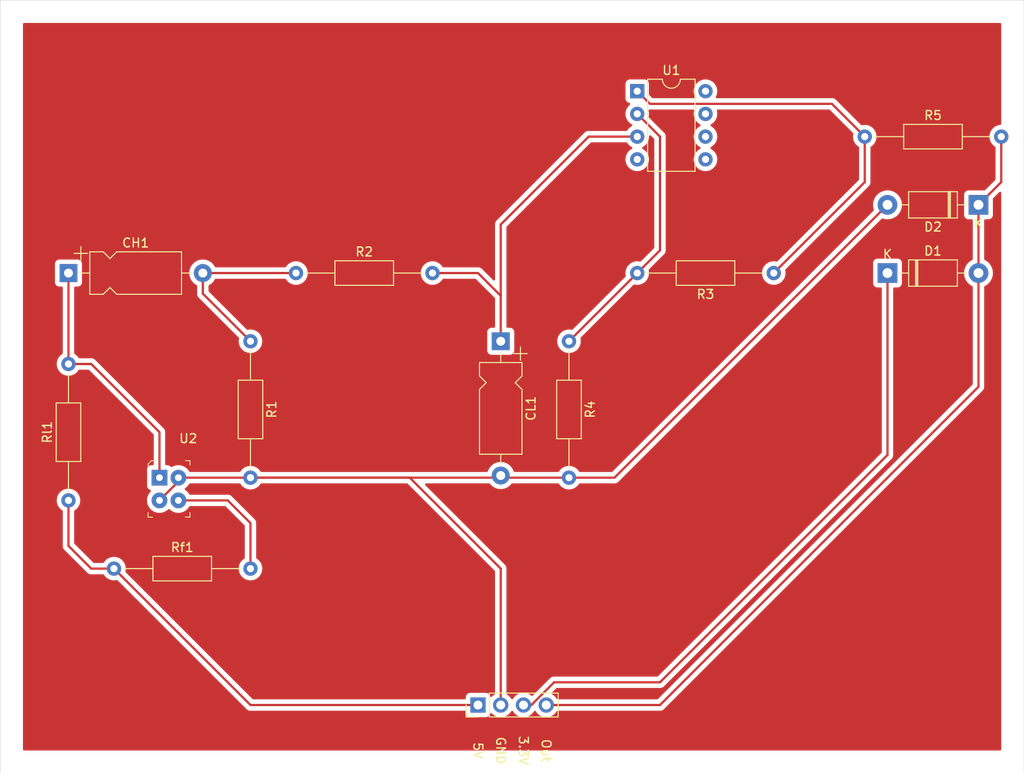
<source format=kicad_pcb>
(kicad_pcb (version 20211014) (generator pcbnew)
  (layers (0 "F.Cu" signal) (31 "B.Cu" signal) (34 "B.Paste" user) (35 "F.Paste" user) (36 "B.SilkS" user "B.Silkscreen") (37 "F.SilkS" user "F.Silkscreen") (38 "B.Mask" user) (39 "F.Mask" user) (44 "Edge.Cuts" user))
  (net 0 "")
  (net 1 "Net-(CH1-Pad1)")
  (net 2 "Net-(CH1-Pad2)")
  (net 3 "Net-(CL1-Pad1)")
  (net 4 "Net-(R3-Pad1)")
  (net 5 "Net-(R3-Pad2)")
  (net 6 "Net-(CL1-Pad2)")
  (net 7 "Net-(D1-Pad1)")
  (net 8 "Net-(D1-Pad2)")
  (net 9 "Net-(J1-Pad1)")
  (net 10 "Net-(Rf1-Pad2)")
  (footprint "Resistor_THT:R_Axial_DIN0207_L6.3mm_D2.5mm_P15.24mm_Horizontal" (layer "F.Cu") (at 142.24 101.6)
    (fp_text reference "Rf1" (at 7.62 -2.37) (layer "F.SilkS"))
    (fp_text value "65")
    (fp_line (start 10.89 -1.37) (end 4.35 -1.37) (layer "F.SilkS") (width 0.12))
    (fp_line (start 10.89 1.37) (end 10.89 -1.37) (layer "F.SilkS") (width 0.12))
    (fp_line (start 1.04 0) (end 4.35 0) (layer "F.SilkS") (width 0.12))
    (fp_line (start 4.35 1.37) (end 10.89 1.37) (layer "F.SilkS") (width 0.12))
    (fp_line (start 4.35 -1.37) (end 4.35 1.37) (layer "F.SilkS") (width 0.12))
    (fp_line (start 14.2 0) (end 10.89 0) (layer "F.SilkS") (width 0.12))
    (pad "1" thru_hole circle (at 0 0) (size 1.6 1.6) (drill 0.8) (layers *.Cu *.Mask) (net 9 "Net-(J1-Pad1)"))
    (pad "2" thru_hole oval (at 15.24 0) (size 1.6 1.6) (drill 0.8) (layers *.Cu *.Mask) (net 10 "Net-(Rf1-Pad2)"))
  )
  (footprint "Package_DIP:DIP-8_W7.62mm" (layer "F.Cu") (at 200.66 48.26)
    (fp_text reference "U1" (at 3.81 -2.33) (layer "F.SilkS"))
    (fp_text value "TLC277")
    (fp_line (start 2.81 -1.33) (end 1.16 -1.33) (layer "F.SilkS") (width 0.12))
    (fp_line (start 1.16 8.95) (end 6.46 8.95) (layer "F.SilkS") (width 0.12))
    (fp_line (start 6.46 8.95) (end 6.46 -1.33) (layer "F.SilkS") (width 0.12))
    (fp_line (start 1.16 -1.33) (end 1.16 8.95) (layer "F.SilkS") (width 0.12))
    (fp_line (start 6.46 -1.33) (end 4.81 -1.33) (layer "F.SilkS") (width 0.12))
    (fp_arc (start 4.81 -1.33) (mid 3.81 -0.33) (end 2.81 -1.33) (layer "F.SilkS") (width 0.12))
    (pad "1" thru_hole rect (at 0 0) (size 1.6 1.6) (drill 0.8) (layers *.Cu *.Mask) (net 4 "Net-(R3-Pad1)"))
    (pad "2" thru_hole oval (at 0 2.54) (size 1.6 1.6) (drill 0.8) (layers *.Cu *.Mask) (net 5 "Net-(R3-Pad2)"))
    (pad "3" thru_hole oval (at 0 5.08) (size 1.6 1.6) (drill 0.8) (layers *.Cu *.Mask) (net 3 "Net-(CL1-Pad1)"))
    (pad "4" thru_hole oval (at 0 7.62) (size 1.6 1.6) (drill 0.8) (layers *.Cu *.Mask))
    (pad "5" thru_hole oval (at 7.62 7.62) (size 1.6 1.6) (drill 0.8) (layers *.Cu *.Mask))
    (pad "6" thru_hole oval (at 7.62 5.08) (size 1.6 1.6) (drill 0.8) (layers *.Cu *.Mask))
    (pad "7" thru_hole oval (at 7.62 2.54) (size 1.6 1.6) (drill 0.8) (layers *.Cu *.Mask))
    (pad "8" thru_hole oval (at 7.62 0) (size 1.6 1.6) (drill 0.8) (layers *.Cu *.Mask))
  )
  (footprint "Resistor_THT:R_Axial_DIN0207_L6.3mm_D2.5mm_P15.24mm_Horizontal" (layer "F.Cu") (at 157.48 76.2 -90)
    (fp_text reference "R1" (at 7.62 -2.37 90) (layer "F.SilkS"))
    (fp_text value "6.7k")
    (fp_line (start 1.04 0) (end 4.35 0) (layer "F.SilkS") (width 0.12))
    (fp_line (start 14.2 0) (end 10.89 0) (layer "F.SilkS") (width 0.12))
    (fp_line (start 10.89 -1.37) (end 4.35 -1.37) (layer "F.SilkS") (width 0.12))
    (fp_line (start 10.89 1.37) (end 10.89 -1.37) (layer "F.SilkS") (width 0.12))
    (fp_line (start 4.35 -1.37) (end 4.35 1.37) (layer "F.SilkS") (width 0.12))
    (fp_line (start 4.35 1.37) (end 10.89 1.37) (layer "F.SilkS") (width 0.12))
    (pad "1" thru_hole circle (at 0 0 270) (size 1.6 1.6) (drill 0.8) (layers *.Cu *.Mask) (net 2 "Net-(CH1-Pad2)"))
    (pad "2" thru_hole oval (at 15.24 0 270) (size 1.6 1.6) (drill 0.8) (layers *.Cu *.Mask) (net 6 "Net-(CL1-Pad2)"))
  )
  (footprint "Capacitor_THT:CP_Axial_L10.0mm_D4.5mm_P15.00mm_Horizontal" (layer "F.Cu") (at 137.16 68.58)
    (fp_text reference "CH1" (at 7.5 -3.37) (layer "F.SilkS"))
    (fp_text value "47u")
    (fp_line (start 2.38 -2.37) (end 2.38 2.37) (layer "F.SilkS") (width 0.12))
    (fp_line (start 1.24 0) (end 2.38 0) (layer "F.SilkS") (width 0.12))
    (fp_line (start 5.38 -2.37) (end 12.62 -2.37) (layer "F.SilkS") (width 0.12))
    (fp_line (start 12.62 -2.37) (end 12.62 2.37) (layer "F.SilkS") (width 0.12))
    (fp_line (start 3.88 -2.37) (end 4.63 -1.62) (layer "F.SilkS") (width 0.12))
    (fp_line (start 3.88 2.37) (end 4.63 1.62) (layer "F.SilkS") (width 0.12))
    (fp_line (start 2.38 -2.37) (end 3.88 -2.37) (layer "F.SilkS") (width 0.12))
    (fp_line (start 4.63 1.62) (end 5.38 2.37) (layer "F.SilkS") (width 0.12))
    (fp_line (start 1.38 -2.95) (end 1.38 -1.45) (layer "F.SilkS") (width 0.12))
    (fp_line (start 13.76 0) (end 12.62 0) (layer "F.SilkS") (width 0.12))
    (fp_line (start 5.38 2.37) (end 12.62 2.37) (layer "F.SilkS") (width 0.12))
    (fp_line (start 4.63 -1.62) (end 5.38 -2.37) (layer "F.SilkS") (width 0.12))
    (fp_line (start 0.63 -2.2) (end 2.13 -2.2) (layer "F.SilkS") (width 0.12))
    (fp_line (start 2.38 2.37) (end 3.88 2.37) (layer "F.SilkS") (width 0.12))
    (pad "1" thru_hole rect (at 0 0) (size 2 2) (drill 1) (layers *.Cu *.Mask) (net 1 "Net-(CH1-Pad1)"))
    (pad "2" thru_hole oval (at 15 0) (size 2 2) (drill 1) (layers *.Cu *.Mask) (net 2 "Net-(CH1-Pad2)"))
  )
  (footprint "Capacitor_THT:CP_Axial_L10.0mm_D4.5mm_P15.00mm_Horizontal" (layer "F.Cu") (at 185.42 76.2 -90)
    (fp_text reference "CL1" (at 7.5 -3.37 90) (layer "F.SilkS"))
    (fp_text value "47u")
    (fp_line (start 1.24 0) (end 2.38 0) (layer "F.SilkS") (width 0.12))
    (fp_line (start 1.38 -2.95) (end 1.38 -1.45) (layer "F.SilkS") (width 0.12))
    (fp_line (start 2.38 2.37) (end 3.88 2.37) (layer "F.SilkS") (width 0.12))
    (fp_line (start 4.63 -1.62) (end 5.38 -2.37) (layer "F.SilkS") (width 0.12))
    (fp_line (start 3.88 -2.37) (end 4.63 -1.62) (layer "F.SilkS") (width 0.12))
    (fp_line (start 2.38 -2.37) (end 3.88 -2.37) (layer "F.SilkS") (width 0.12))
    (fp_line (start 3.88 2.37) (end 4.63 1.62) (layer "F.SilkS") (width 0.12))
    (fp_line (start 5.38 -2.37) (end 12.62 -2.37) (layer "F.SilkS") (width 0.12))
    (fp_line (start 0.63 -2.2) (end 2.13 -2.2) (layer "F.SilkS") (width 0.12))
    (fp_line (start 12.62 -2.37) (end 12.62 2.37) (layer "F.SilkS") (width 0.12))
    (fp_line (start 2.38 -2.37) (end 2.38 2.37) (layer "F.SilkS") (width 0.12))
    (fp_line (start 13.76 0) (end 12.62 0) (layer "F.SilkS") (width 0.12))
    (fp_line (start 5.38 2.37) (end 12.62 2.37) (layer "F.SilkS") (width 0.12))
    (fp_line (start 4.63 1.62) (end 5.38 2.37) (layer "F.SilkS") (width 0.12))
    (pad "1" thru_hole rect (at 0 0 270) (size 2 2) (drill 1) (layers *.Cu *.Mask) (net 3 "Net-(CL1-Pad1)"))
    (pad "2" thru_hole oval (at 15 0 270) (size 2 2) (drill 1) (layers *.Cu *.Mask) (net 6 "Net-(CL1-Pad2)"))
  )
  (footprint "Resistor_THT:R_Axial_DIN0207_L6.3mm_D2.5mm_P15.24mm_Horizontal" (layer "F.Cu") (at 226.06 53.34)
    (fp_text reference "R5" (at 7.62 -2.37) (layer "F.SilkS"))
    (fp_text value "100")
    (fp_line (start 1.04 0) (end 4.35 0) (layer "F.SilkS") (width 0.12))
    (fp_line (start 10.89 -1.37) (end 4.35 -1.37) (layer "F.SilkS") (width 0.12))
    (fp_line (start 4.35 1.37) (end 10.89 1.37) (layer "F.SilkS") (width 0.12))
    (fp_line (start 10.89 1.37) (end 10.89 -1.37) (layer "F.SilkS") (width 0.12))
    (fp_line (start 14.2 0) (end 10.89 0) (layer "F.SilkS") (width 0.12))
    (fp_line (start 4.35 -1.37) (end 4.35 1.37) (layer "F.SilkS") (width 0.12))
    (pad "1" thru_hole circle (at 0 0) (size 1.6 1.6) (drill 0.8) (layers *.Cu *.Mask) (net 4 "Net-(R3-Pad1)"))
    (pad "2" thru_hole oval (at 15.24 0) (size 1.6 1.6) (drill 0.8) (layers *.Cu *.Mask) (net 8 "Net-(D1-Pad2)"))
  )
  (footprint "digikey-footprints:Reflective_Sensor_QRD1114" (layer "F.Cu") (at 147.32 91.44)
    (fp_text reference "U2" (at 3.21 -4.37 180) (layer "F.SilkS"))
    (fp_text value "QRD1114")
    (fp_line (start -0.9 -1.9) (end -1.26 -1.54) (layer "F.SilkS") (width 0.1))
    (fp_line (start 3.4 4.4) (end 2.9 4.4) (layer "F.SilkS") (width 0.1))
    (fp_line (start 3.4 4.4) (end 3.4 3.9) (layer "F.SilkS") (width 0.1))
    (fp_line (start -1.27 4.41) (end -0.77 4.41) (layer "F.SilkS") (width 0.1))
    (fp_line (start -1.27 4.4) (end -1.27 3.9) (layer "F.SilkS") (width 0.1))
    (fp_line (start -1.26 -1.52) (end -1.26 -1.18) (layer "F.SilkS") (width 0.1))
    (fp_line (start -0.39 -1.9) (end -0.89 -1.9) (layer "F.SilkS") (width 0.1))
    (fp_line (start 3.4 -1.9) (end 3.4 -1.4) (layer "F.SilkS") (width 0.1))
    (fp_line (start 3.4 -1.9) (end 2.9 -1.9) (layer "F.SilkS") (width 0.1))
    (pad "1" thru_hole rect locked (at 0 0) (size 1.75 1.75) (drill 0.75) (layers *.Cu *.Mask) (net 1 "Net-(CH1-Pad1)"))
    (pad "2" thru_hole circle locked (at 0 2.54 90) (size 1.76 1.76) (drill 0.76) (layers *.Cu *.Mask) (net 6 "Net-(CL1-Pad2)"))
    (pad "3" thru_hole circle locked (at 2.11 2.54 90) (size 1.76 1.76) (drill 0.76) (layers *.Cu *.Mask) (net 10 "Net-(Rf1-Pad2)"))
    (pad "4" thru_hole circle locked (at 2.11 0 90) (size 1.76 1.76) (drill 0.76) (layers *.Cu *.Mask) (net 6 "Net-(CL1-Pad2)"))
  )
  (footprint "Diode_THT:D_DO-41_SOD81_P10.16mm_Horizontal" (layer "F.Cu") (at 238.76 60.96 180)
    (fp_text reference "D2" (at 5.08 -2.47) (layer "F.SilkS"))
    (fp_text value "1N5817")
    (fp_text user "K" (at 0 -2.1) (layer "F.SilkS"))
    (fp_line (start 2.36 1.47) (end 7.8 1.47) (layer "F.SilkS") (width 0.12))
    (fp_line (start 7.8 -1.47) (end 2.36 -1.47) (layer "F.SilkS") (width 0.12))
    (fp_line (start 3.26 -1.47) (end 3.26 1.47) (layer "F.SilkS") (width 0.12))
    (fp_line (start 7.8 1.47) (end 7.8 -1.47) (layer "F.SilkS") (width 0.12))
    (fp_line (start 3.14 -1.47) (end 3.14 1.47) (layer "F.SilkS") (width 0.12))
    (fp_line (start 1.34 0) (end 2.36 0) (layer "F.SilkS") (width 0.12))
    (fp_line (start 3.38 -1.47) (end 3.38 1.47) (layer "F.SilkS") (width 0.12))
    (fp_line (start 2.36 -1.47) (end 2.36 1.47) (layer "F.SilkS") (width 0.12))
    (fp_line (start 8.82 0) (end 7.8 0) (layer "F.SilkS") (width 0.12))
    (pad "1" thru_hole rect (at 0 0 180) (size 2.2 2.2) (drill 1.1) (layers *.Cu *.Mask) (net 8 "Net-(D1-Pad2)"))
    (pad "2" thru_hole oval (at 10.16 0 180) (size 2.2 2.2) (drill 1.1) (layers *.Cu *.Mask) (net 6 "Net-(CL1-Pad2)"))
  )
  (footprint "Resistor_THT:R_Axial_DIN0207_L6.3mm_D2.5mm_P15.24mm_Horizontal" (layer "F.Cu") (at 215.9 68.58 180)
    (fp_text reference "R3" (at 7.62 -2.37) (layer "F.SilkS"))
    (fp_text value "390k")
    (fp_line (start 10.89 1.37) (end 10.89 -1.37) (layer "F.SilkS") (width 0.12))
    (fp_line (start 14.2 0) (end 10.89 0) (layer "F.SilkS") (width 0.12))
    (fp_line (start 10.89 -1.37) (end 4.35 -1.37) (layer "F.SilkS") (width 0.12))
    (fp_line (start 4.35 -1.37) (end 4.35 1.37) (layer "F.SilkS") (width 0.12))
    (fp_line (start 1.04 0) (end 4.35 0) (layer "F.SilkS") (width 0.12))
    (fp_line (start 4.35 1.37) (end 10.89 1.37) (layer "F.SilkS") (width 0.12))
    (pad "1" thru_hole circle (at 0 0 180) (size 1.6 1.6) (drill 0.8) (layers *.Cu *.Mask) (net 4 "Net-(R3-Pad1)"))
    (pad "2" thru_hole oval (at 15.24 0 180) (size 1.6 1.6) (drill 0.8) (layers *.Cu *.Mask) (net 5 "Net-(R3-Pad2)"))
  )
  (footprint "Connector_PinHeader_2.54mm:PinHeader_1x04_P2.54mm_Vertical" (layer "F.Cu") (at 182.88 116.84 90)
    (fp_text reference "J1" hide)
    (fp_text value "Conn_01x04_Male" hide)
    (fp_text user "5V" (at -5.08 0 270 unlocked) (layer "F.SilkS"))
    (fp_line (start -1.33 1.27) (end -1.33 8.95) (layer "F.SilkS") (width 0.12))
    (fp_line (start -1.33 0) (end -1.33 -1.33) (layer "F.SilkS") (width 0.12))
    (fp_line (start 1.33 1.27) (end 1.33 8.95) (layer "F.SilkS") (width 0.12))
    (fp_line (start -1.33 8.95) (end 1.33 8.95) (layer "F.SilkS") (width 0.12))
    (fp_line (start -1.33 -1.33) (end 0 -1.33) (layer "F.SilkS") (width 0.12))
    (fp_line (start -1.33 1.27) (end 1.33 1.27) (layer "F.SilkS") (width 0.12))
    (pad "3.3V" thru_hole oval (at 0 5.08 90) (size 1.7 1.7) (drill 1) (layers *.Cu *.Mask) (net 7 "Net-(D1-Pad1)"))
    (pad "5V" thru_hole rect (at 0 0 90) (size 1.7 1.7) (drill 1) (layers *.Cu *.Mask) (net 9 "Net-(J1-Pad1)"))
    (pad "GND" thru_hole oval (at 0 2.54 90) (size 1.7 1.7) (drill 1) (layers *.Cu *.Mask) (net 6 "Net-(CL1-Pad2)"))
    (pad "Out" thru_hole oval (at 0 7.62 90) (size 1.7 1.7) (drill 1) (layers *.Cu *.Mask) (net 8 "Net-(D1-Pad2)"))
  )
  (footprint "Resistor_THT:R_Axial_DIN0207_L6.3mm_D2.5mm_P15.24mm_Horizontal" (layer "F.Cu") (at 193.04 76.2 -90)
    (fp_text reference "R4" (at 7.62 -2.37 90) (layer "F.SilkS"))
    (fp_text value "1k")
    (fp_line (start 1.04 0) (end 4.35 0) (layer "F.SilkS") (width 0.12))
    (fp_line (start 10.89 1.37) (end 10.89 -1.37) (layer "F.SilkS") (width 0.12))
    (fp_line (start 14.2 0) (end 10.89 0) (layer "F.SilkS") (width 0.12))
    (fp_line (start 4.35 -1.37) (end 4.35 1.37) (layer "F.SilkS") (width 0.12))
    (fp_line (start 10.89 -1.37) (end 4.35 -1.37) (layer "F.SilkS") (width 0.12))
    (fp_line (start 4.35 1.37) (end 10.89 1.37) (layer "F.SilkS") (width 0.12))
    (pad "1" thru_hole circle (at 0 0 270) (size 1.6 1.6) (drill 0.8) (layers *.Cu *.Mask) (net 5 "Net-(R3-Pad2)"))
    (pad "2" thru_hole oval (at 15.24 0 270) (size 1.6 1.6) (drill 0.8) (layers *.Cu *.Mask) (net 6 "Net-(CL1-Pad2)"))
  )
  (footprint "Resistor_THT:R_Axial_DIN0207_L6.3mm_D2.5mm_P15.24mm_Horizontal" (layer "F.Cu") (at 162.56 68.58)
    (fp_text reference "R2" (at 7.62 -2.37) (layer "F.SilkS"))
    (fp_text value "2k")
    (fp_line (start 10.89 -1.37) (end 4.35 -1.37) (layer "F.SilkS") (width 0.12))
    (fp_line (start 14.2 0) (end 10.89 0) (layer "F.SilkS") (width 0.12))
    (fp_line (start 4.35 1.37) (end 10.89 1.37) (layer "F.SilkS") (width 0.12))
    (fp_line (start 10.89 1.37) (end 10.89 -1.37) (layer "F.SilkS") (width 0.12))
    (fp_line (start 4.35 -1.37) (end 4.35 1.37) (layer "F.SilkS") (width 0.12))
    (fp_line (start 1.04 0) (end 4.35 0) (layer "F.SilkS") (width 0.12))
    (pad "1" thru_hole circle (at 0 0) (size 1.6 1.6) (drill 0.8) (layers *.Cu *.Mask) (net 2 "Net-(CH1-Pad2)"))
    (pad "2" thru_hole oval (at 15.24 0) (size 1.6 1.6) (drill 0.8) (layers *.Cu *.Mask) (net 3 "Net-(CL1-Pad1)"))
  )
  (footprint "Resistor_THT:R_Axial_DIN0207_L6.3mm_D2.5mm_P15.24mm_Horizontal" (layer "F.Cu") (at 137.16 93.98 90)
    (fp_text reference "Rl1" (at 7.62 -2.37 90) (layer "F.SilkS"))
    (fp_text value "20k")
    (fp_line (start 10.89 1.37) (end 10.89 -1.37) (layer "F.SilkS") (width 0.12))
    (fp_line (start 4.35 -1.37) (end 4.35 1.37) (layer "F.SilkS") (width 0.12))
    (fp_line (start 14.2 0) (end 10.89 0) (layer "F.SilkS") (width 0.12))
    (fp_line (start 1.04 0) (end 4.35 0) (layer "F.SilkS") (width 0.12))
    (fp_line (start 10.89 -1.37) (end 4.35 -1.37) (layer "F.SilkS") (width 0.12))
    (fp_line (start 4.35 1.37) (end 10.89 1.37) (layer "F.SilkS") (width 0.12))
    (pad "1" thru_hole circle (at 0 0 90) (size 1.6 1.6) (drill 0.8) (layers *.Cu *.Mask) (net 9 "Net-(J1-Pad1)"))
    (pad "2" thru_hole oval (at 15.24 0 90) (size 1.6 1.6) (drill 0.8) (layers *.Cu *.Mask) (net 1 "Net-(CH1-Pad1)"))
  )
  (footprint "Diode_THT:D_DO-41_SOD81_P10.16mm_Horizontal" (layer "F.Cu") (at 228.6 68.58)
    (fp_text reference "D1" (at 5.08 -2.47) (layer "F.SilkS"))
    (fp_text value "1N5817")
    (fp_text user "K" (at 0 -2.1) (layer "F.SilkS"))
    (fp_line (start 3.14 -1.47) (end 3.14 1.47) (layer "F.SilkS") (width 0.12))
    (fp_line (start 2.36 1.47) (end 7.8 1.47) (layer "F.SilkS") (width 0.12))
    (fp_line (start 3.38 -1.47) (end 3.38 1.47) (layer "F.SilkS") (width 0.12))
    (fp_line (start 7.8 -1.47) (end 2.36 -1.47) (layer "F.SilkS") (width 0.12))
    (fp_line (start 8.82 0) (end 7.8 0) (layer "F.SilkS") (width 0.12))
    (fp_line (start 1.34 0) (end 2.36 0) (layer "F.SilkS") (width 0.12))
    (fp_line (start 7.8 1.47) (end 7.8 -1.47) (layer "F.SilkS") (width 0.12))
    (fp_line (start 3.26 -1.47) (end 3.26 1.47) (layer "F.SilkS") (width 0.12))
    (fp_line (start 2.36 -1.47) (end 2.36 1.47) (layer "F.SilkS") (width 0.12))
    (pad "1" thru_hole rect (at 0 0) (size 2.2 2.2) (drill 1.1) (layers *.Cu *.Mask) (net 7 "Net-(D1-Pad1)"))
    (pad "2" thru_hole oval (at 10.16 0) (size 2.2 2.2) (drill 1.1) (layers *.Cu *.Mask) (net 8 "Net-(D1-Pad2)"))
  )
  (gr_rect (start 129.54 38.1) (end 243.84 124.46) (layer "Edge.Cuts") (width 0.05) (fill none))
  (gr_text "3.3V" (at 187.96 121.92 270) (layer "F.SilkS") (effects (font (size 1 1))))
  (gr_text "GND\n" (at 185.42 121.92 270) (layer "F.SilkS") (effects (font (size 1 1))))
  (gr_text "Out" (at 190.5 121.92 270) (layer "F.SilkS") (effects (font (size 1 1))))
  (segment (start 147.32 86.36) (end 147.32 91.44) (width 0.25) (layer "F.Cu") (net 1))
  (segment (start 137.16 78.74) (end 139.7 78.74) (width 0.25) (layer "F.Cu") (net 1))
  (segment (start 139.7 78.74) (end 147.32 86.36) (width 0.25) (layer "F.Cu") (net 1))
  (segment (start 137.16 68.58) (end 137.16 78.74) (width 0.25) (layer "F.Cu") (net 1))
  (segment (start 152.16 68.58) (end 152.16 70.88) (width 0.25) (layer "F.Cu") (net 2))
  (segment (start 152.16 70.88) (end 157.48 76.2) (width 0.25) (layer "F.Cu") (net 2))
  (segment (start 152.16 68.58) (end 162.56 68.58) (width 0.25) (layer "F.Cu") (net 2))
  (segment (start 185.42 63.15526) (end 195.23526 53.34) (width 0.25) (layer "F.Cu") (net 3))
  (segment (start 195.23526 53.34) (end 200.66 53.34) (width 0.25) (layer "F.Cu") (net 3))
  (segment (start 185.42 71.12) (end 185.42 76.2) (width 0.25) (layer "F.Cu") (net 3))
  (segment (start 182.88 68.58) (end 185.42 71.12) (width 0.25) (layer "F.Cu") (net 3))
  (segment (start 177.8 68.58) (end 182.88 68.58) (width 0.25) (layer "F.Cu") (net 3))
  (segment (start 185.42 71.12) (end 185.42 63.15526) (width 0.25) (layer "F.Cu") (net 3))
  (segment (start 202.075489 49.675489) (end 200.66 48.26) (width 0.25) (layer "F.Cu") (net 4))
  (segment (start 226.06 58.42) (end 215.9 68.58) (width 0.25) (layer "F.Cu") (net 4))
  (segment (start 226.06 53.34) (end 226.06 58.42) (width 0.25) (layer "F.Cu") (net 4))
  (segment (start 222.395489 49.675489) (end 202.075489 49.675489) (width 0.25) (layer "F.Cu") (net 4))
  (segment (start 226.06 53.34) (end 222.395489 49.675489) (width 0.25) (layer "F.Cu") (net 4))
  (segment (start 203.2 53.34) (end 203.2 66.04) (width 0.25) (layer "F.Cu") (net 5))
  (segment (start 200.66 50.8) (end 203.2 53.34) (width 0.25) (layer "F.Cu") (net 5))
  (segment (start 200.66 68.58) (end 193.04 76.2) (width 0.25) (layer "F.Cu") (net 5))
  (segment (start 203.2 66.04) (end 200.66 68.58) (width 0.25) (layer "F.Cu") (net 5))
  (segment (start 149.43 91.44) (end 157.48 91.44) (width 0.25) (layer "F.Cu") (net 6))
  (segment (start 228.6 60.96) (end 198.12 91.44) (width 0.25) (layer "F.Cu") (net 6))
  (segment (start 175.26 91.44) (end 185.42 101.6) (width 0.25) (layer "F.Cu") (net 6))
  (segment (start 185.42 101.6) (end 185.42 116.84) (width 0.25) (layer "F.Cu") (net 6))
  (segment (start 157.48 91.44) (end 185.18 91.44) (width 0.25) (layer "F.Cu") (net 6))
  (segment (start 193.04 91.44) (end 185.66 91.44) (width 0.25) (layer "F.Cu") (net 6))
  (segment (start 198.12 91.44) (end 193.04 91.44) (width 0.25) (layer "F.Cu") (net 6))
  (segment (start 149.43 91.87) (end 149.43 91.44) (width 0.25) (layer "F.Cu") (net 6))
  (segment (start 185.18 91.44) (end 185.42 91.2) (width 0.25) (layer "F.Cu") (net 6))
  (segment (start 147.32 93.98) (end 149.43 91.87) (width 0.25) (layer "F.Cu") (net 6))
  (segment (start 185.66 91.44) (end 185.42 91.2) (width 0.25) (layer "F.Cu") (net 6))
  (segment (start 157.48 91.44) (end 175.26 91.44) (width 0.25) (layer "F.Cu") (net 6))
  (segment (start 228.6 68.58) (end 228.6 88.9) (width 0.25) (layer "F.Cu") (net 7))
  (segment (start 203.2 114.3) (end 191.37899 114.3) (width 0.25) (layer "F.Cu") (net 7))
  (segment (start 191.37899 114.3) (end 188.83899 116.84) (width 0.25) (layer "F.Cu") (net 7))
  (segment (start 188.83899 116.84) (end 187.96 116.84) (width 0.25) (layer "F.Cu") (net 7))
  (segment (start 228.6 88.9) (end 203.2 114.3) (width 0.25) (layer "F.Cu") (net 7))
  (segment (start 203.2 116.84) (end 190.5 116.84) (width 0.25) (layer "F.Cu") (net 8))
  (segment (start 241.3 58.42) (end 241.3 53.34) (width 0.25) (layer "F.Cu") (net 8))
  (segment (start 238.76 60.96) (end 238.76 68.58) (width 0.25) (layer "F.Cu") (net 8))
  (segment (start 205.74 114.3) (end 203.2 116.84) (width 0.25) (layer "F.Cu") (net 8))
  (segment (start 238.76 81.28) (end 205.74 114.3) (width 0.25) (layer "F.Cu") (net 8))
  (segment (start 238.76 60.96) (end 241.3 58.42) (width 0.25) (layer "F.Cu") (net 8))
  (segment (start 238.76 68.58) (end 238.76 81.28) (width 0.25) (layer "F.Cu") (net 8))
  (segment (start 142.24 101.6) (end 157.48 116.84) (width 0.25) (layer "F.Cu") (net 9))
  (segment (start 139.7 101.6) (end 142.24 101.6) (width 0.25) (layer "F.Cu") (net 9))
  (segment (start 137.16 99.06) (end 139.7 101.6) (width 0.25) (layer "F.Cu") (net 9))
  (segment (start 157.48 116.84) (end 182.88 116.84) (width 0.25) (layer "F.Cu") (net 9))
  (segment (start 137.16 93.98) (end 137.16 99.06) (width 0.25) (layer "F.Cu") (net 9))
  (segment (start 149.43 93.98) (end 154.94 93.98) (width 0.25) (layer "F.Cu") (net 10))
  (segment (start 157.48 96.52) (end 157.48 101.6) (width 0.25) (layer "F.Cu") (net 10))
  (segment (start 154.94 93.98) (end 157.48 96.52) (width 0.25) (layer "F.Cu") (net 10))
  (zone (net 0) (net_name "") (layer "F.Cu") (connect_pads (clearance 0.508)) (min_thickness 0.254) (fill yes (thermal_gap 0.508) (thermal_bridge_width 0.508))
    (polygon (pts (xy 241.3 121.92) (xy 132.08 121.92) (xy 132.08 40.64) (xy 241.3 40.64)))
  )
)
</source>
